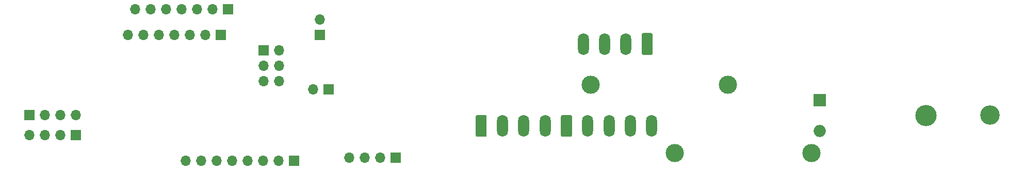
<source format=gbs>
G04 #@! TF.GenerationSoftware,KiCad,Pcbnew,(5.1.9-0-10_14)*
G04 #@! TF.CreationDate,2023-05-20T00:30:08-04:00*
G04 #@! TF.ProjectId,LiBCM-Daughterboard,4c694243-4d2d-4446-9175-676874657262,A*
G04 #@! TF.SameCoordinates,Original*
G04 #@! TF.FileFunction,Soldermask,Bot*
G04 #@! TF.FilePolarity,Negative*
%FSLAX46Y46*%
G04 Gerber Fmt 4.6, Leading zero omitted, Abs format (unit mm)*
G04 Created by KiCad (PCBNEW (5.1.9-0-10_14)) date 2023-05-20 00:30:08*
%MOMM*%
%LPD*%
G01*
G04 APERTURE LIST*
%ADD10C,3.000000*%
%ADD11O,1.700000X1.700000*%
%ADD12R,1.700000X1.700000*%
%ADD13O,1.800000X3.600000*%
%ADD14O,3.500000X3.500000*%
%ADD15R,2.000000X2.000000*%
%ADD16O,2.000000X2.000000*%
%ADD17C,3.200000*%
G04 APERTURE END LIST*
D10*
G04 #@! TO.C,F1*
X213500000Y-140750000D03*
X191000000Y-140750000D03*
G04 #@! TD*
G04 #@! TO.C,F2*
X204750000Y-152000000D03*
X227250000Y-152000000D03*
G04 #@! TD*
D11*
G04 #@! TO.C,J3*
X116250000Y-128250000D03*
X118790000Y-128250000D03*
X121330000Y-128250000D03*
X123870000Y-128250000D03*
X126410000Y-128250000D03*
X128950000Y-128250000D03*
D12*
X131490000Y-128250000D03*
G04 #@! TD*
G04 #@! TO.C,J4*
X130250000Y-132500000D03*
D11*
X127710000Y-132500000D03*
X125170000Y-132500000D03*
X122630000Y-132500000D03*
X120090000Y-132500000D03*
X117550000Y-132500000D03*
X115010000Y-132500000D03*
G04 #@! TD*
D12*
G04 #@! TO.C,J9*
X159000000Y-152750000D03*
D11*
X156460000Y-152750000D03*
X153920000Y-152750000D03*
X151380000Y-152750000D03*
G04 #@! TD*
D12*
G04 #@! TO.C,J12*
X148000000Y-141500000D03*
D11*
X145460000Y-141500000D03*
G04 #@! TD*
D12*
G04 #@! TO.C,J5*
X137250000Y-135000000D03*
D11*
X139790000Y-135000000D03*
X137250000Y-137540000D03*
X139790000Y-137540000D03*
X137250000Y-140080000D03*
X139790000Y-140080000D03*
G04 #@! TD*
G04 #@! TO.C,J10*
G36*
G01*
X201150000Y-132450000D02*
X201150000Y-135550000D01*
G75*
G02*
X200900000Y-135800000I-250000J0D01*
G01*
X199600000Y-135800000D01*
G75*
G02*
X199350000Y-135550000I0J250000D01*
G01*
X199350000Y-132450000D01*
G75*
G02*
X199600000Y-132200000I250000J0D01*
G01*
X200900000Y-132200000D01*
G75*
G02*
X201150000Y-132450000I0J-250000D01*
G01*
G37*
D13*
X196750000Y-134000000D03*
X193250000Y-134000000D03*
X189750000Y-134000000D03*
G04 #@! TD*
G04 #@! TO.C,J11*
G36*
G01*
X172100000Y-149050000D02*
X172100000Y-145950000D01*
G75*
G02*
X172350000Y-145700000I250000J0D01*
G01*
X173650000Y-145700000D01*
G75*
G02*
X173900000Y-145950000I0J-250000D01*
G01*
X173900000Y-149050000D01*
G75*
G02*
X173650000Y-149300000I-250000J0D01*
G01*
X172350000Y-149300000D01*
G75*
G02*
X172100000Y-149050000I0J250000D01*
G01*
G37*
X176500000Y-147500000D03*
X180000000Y-147500000D03*
X183500000Y-147500000D03*
G04 #@! TD*
D12*
G04 #@! TO.C,J8*
X146500000Y-132500000D03*
D11*
X146500000Y-129960000D03*
G04 #@! TD*
D12*
G04 #@! TO.C,J7*
X142250000Y-153250000D03*
D11*
X139710000Y-153250000D03*
X137170000Y-153250000D03*
X134630000Y-153250000D03*
X132090000Y-153250000D03*
X129550000Y-153250000D03*
X127010000Y-153250000D03*
X124470000Y-153250000D03*
G04 #@! TD*
D12*
G04 #@! TO.C,J6*
X98880000Y-145750000D03*
D11*
X101420000Y-145750000D03*
X103960000Y-145750000D03*
X106500000Y-145750000D03*
G04 #@! TD*
D14*
G04 #@! TO.C,D3*
X245980000Y-145760000D03*
D15*
X228570000Y-143220000D03*
D16*
X228570000Y-148300000D03*
G04 #@! TD*
D17*
G04 #@! TO.C,H1*
X256500000Y-145750000D03*
G04 #@! TD*
D12*
G04 #@! TO.C,J2*
X106500000Y-149000000D03*
D11*
X103960000Y-149000000D03*
X101420000Y-149000000D03*
X98880000Y-149000000D03*
G04 #@! TD*
G04 #@! TO.C,J13*
G36*
G01*
X186100000Y-149050000D02*
X186100000Y-145950000D01*
G75*
G02*
X186350000Y-145700000I250000J0D01*
G01*
X187650000Y-145700000D01*
G75*
G02*
X187900000Y-145950000I0J-250000D01*
G01*
X187900000Y-149050000D01*
G75*
G02*
X187650000Y-149300000I-250000J0D01*
G01*
X186350000Y-149300000D01*
G75*
G02*
X186100000Y-149050000I0J250000D01*
G01*
G37*
D13*
X190500000Y-147500000D03*
X194000000Y-147500000D03*
X197500000Y-147500000D03*
X201000000Y-147500000D03*
G04 #@! TD*
M02*

</source>
